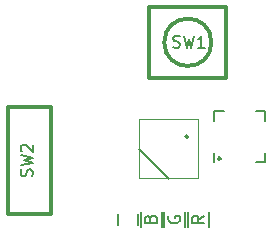
<source format=gto>
G04 #@! TF.FileFunction,Legend,Top*
%FSLAX46Y46*%
G04 Gerber Fmt 4.6, Leading zero omitted, Abs format (unit mm)*
G04 Created by KiCad (PCBNEW 4.0.4-stable) date 01/08/17 13:20:24*
%MOMM*%
%LPD*%
G01*
G04 APERTURE LIST*
%ADD10C,0.100000*%
%ADD11C,0.254000*%
%ADD12C,0.203200*%
%ADD13C,0.200000*%
%ADD14C,0.304800*%
%ADD15C,0.150000*%
G04 APERTURE END LIST*
D10*
D11*
X213193000Y-94096000D02*
G75*
G03X213193000Y-94096000I-100000J0D01*
G01*
D12*
X208820000Y-95790000D02*
X206280000Y-93250000D01*
D13*
X210461421Y-92250000D02*
G75*
G03X210461421Y-92250000I-141421J0D01*
G01*
D10*
X211320000Y-90750000D02*
X211320000Y-95750000D01*
X211320000Y-95750000D02*
X206320000Y-95750000D01*
X206320000Y-95750000D02*
X206320000Y-90750000D01*
X206320000Y-90750000D02*
X211320000Y-90750000D01*
D14*
X212420000Y-84250000D02*
G75*
G03X212420000Y-84250000I-2000000J0D01*
G01*
X207120000Y-81250000D02*
X207120000Y-87250000D01*
X213620000Y-87250000D02*
X213620000Y-81250000D01*
X213620000Y-81250000D02*
X207120000Y-81250000D01*
X213620000Y-87250000D02*
X207120000Y-87250000D01*
X195220000Y-89750000D02*
X195220000Y-98750000D01*
X198820000Y-98750000D02*
X195220000Y-98750000D01*
X198820000Y-89750000D02*
X195220000Y-89750000D01*
X198820000Y-89750000D02*
X198820000Y-98750000D01*
D15*
X212670000Y-90100000D02*
X213445000Y-90100000D01*
X216970000Y-94400000D02*
X216195000Y-94400000D01*
X216970000Y-90100000D02*
X216195000Y-90100000D01*
X212670000Y-94400000D02*
X212670000Y-93625000D01*
X216970000Y-94400000D02*
X216970000Y-93625000D01*
X216970000Y-90100000D02*
X216970000Y-90875000D01*
X212670000Y-90100000D02*
X212670000Y-90875000D01*
X206170000Y-99750000D02*
X206170000Y-98750000D01*
X204470000Y-98750000D02*
X204470000Y-99750000D01*
X210445000Y-99850000D02*
X210445000Y-98650000D01*
X212195000Y-98650000D02*
X212195000Y-99850000D01*
X208445000Y-99850000D02*
X208445000Y-98650000D01*
X210195000Y-98650000D02*
X210195000Y-99850000D01*
X206445000Y-99850000D02*
X206445000Y-98650000D01*
X208195000Y-98650000D02*
X208195000Y-99850000D01*
X209186667Y-84654762D02*
X209329524Y-84702381D01*
X209567620Y-84702381D01*
X209662858Y-84654762D01*
X209710477Y-84607143D01*
X209758096Y-84511905D01*
X209758096Y-84416667D01*
X209710477Y-84321429D01*
X209662858Y-84273810D01*
X209567620Y-84226190D01*
X209377143Y-84178571D01*
X209281905Y-84130952D01*
X209234286Y-84083333D01*
X209186667Y-83988095D01*
X209186667Y-83892857D01*
X209234286Y-83797619D01*
X209281905Y-83750000D01*
X209377143Y-83702381D01*
X209615239Y-83702381D01*
X209758096Y-83750000D01*
X210091429Y-83702381D02*
X210329524Y-84702381D01*
X210520001Y-83988095D01*
X210710477Y-84702381D01*
X210948572Y-83702381D01*
X211853334Y-84702381D02*
X211281905Y-84702381D01*
X211567619Y-84702381D02*
X211567619Y-83702381D01*
X211472381Y-83845238D01*
X211377143Y-83940476D01*
X211281905Y-83988095D01*
X197224762Y-95583333D02*
X197272381Y-95440476D01*
X197272381Y-95202380D01*
X197224762Y-95107142D01*
X197177143Y-95059523D01*
X197081905Y-95011904D01*
X196986667Y-95011904D01*
X196891429Y-95059523D01*
X196843810Y-95107142D01*
X196796190Y-95202380D01*
X196748571Y-95392857D01*
X196700952Y-95488095D01*
X196653333Y-95535714D01*
X196558095Y-95583333D01*
X196462857Y-95583333D01*
X196367619Y-95535714D01*
X196320000Y-95488095D01*
X196272381Y-95392857D01*
X196272381Y-95154761D01*
X196320000Y-95011904D01*
X196272381Y-94678571D02*
X197272381Y-94440476D01*
X196558095Y-94249999D01*
X197272381Y-94059523D01*
X196272381Y-93821428D01*
X196367619Y-93488095D02*
X196320000Y-93440476D01*
X196272381Y-93345238D01*
X196272381Y-93107142D01*
X196320000Y-93011904D01*
X196367619Y-92964285D01*
X196462857Y-92916666D01*
X196558095Y-92916666D01*
X196700952Y-92964285D01*
X197272381Y-93535714D01*
X197272381Y-92916666D01*
X211772381Y-98940476D02*
X211296190Y-99273810D01*
X211772381Y-99511905D02*
X210772381Y-99511905D01*
X210772381Y-99130952D01*
X210820000Y-99035714D01*
X210867619Y-98988095D01*
X210962857Y-98940476D01*
X211105714Y-98940476D01*
X211200952Y-98988095D01*
X211248571Y-99035714D01*
X211296190Y-99130952D01*
X211296190Y-99511905D01*
X208820000Y-98988095D02*
X208772381Y-99083333D01*
X208772381Y-99226190D01*
X208820000Y-99369048D01*
X208915238Y-99464286D01*
X209010476Y-99511905D01*
X209200952Y-99559524D01*
X209343810Y-99559524D01*
X209534286Y-99511905D01*
X209629524Y-99464286D01*
X209724762Y-99369048D01*
X209772381Y-99226190D01*
X209772381Y-99130952D01*
X209724762Y-98988095D01*
X209677143Y-98940476D01*
X209343810Y-98940476D01*
X209343810Y-99130952D01*
X207248571Y-99178571D02*
X207296190Y-99035714D01*
X207343810Y-98988095D01*
X207439048Y-98940476D01*
X207581905Y-98940476D01*
X207677143Y-98988095D01*
X207724762Y-99035714D01*
X207772381Y-99130952D01*
X207772381Y-99511905D01*
X206772381Y-99511905D01*
X206772381Y-99178571D01*
X206820000Y-99083333D01*
X206867619Y-99035714D01*
X206962857Y-98988095D01*
X207058095Y-98988095D01*
X207153333Y-99035714D01*
X207200952Y-99083333D01*
X207248571Y-99178571D01*
X207248571Y-99511905D01*
M02*

</source>
